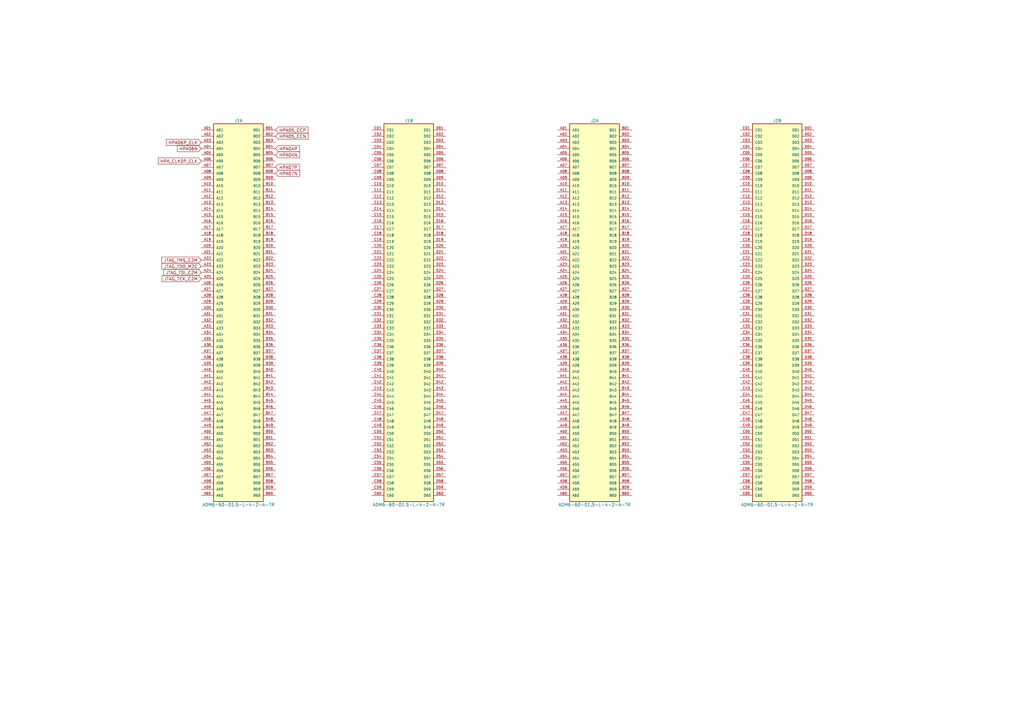
<source format=kicad_sch>
(kicad_sch (version 20211123) (generator eeschema)
  (paper "A3")
  (lib_symbols
    (symbol "ADM6-60-01.5-L-4-2-A-TR:ADM6-60-01.5-L-4-2-A-TR" (pin_names (offset 1.016))
      (property "Reference" "J" (at -10.16 77.47 0))
      (property "Value" "ADM6-60-01.5-L-4-2-A-TR" (at -10.16 -80.01 0))
      (symbol "ADM6-60-01.5-L-4-2-A-TR_1_0"
        (rectangle (start -10.16 -78.74) (end 10.16 76.2) (stroke (width 0.254)) (fill (type background)))
        (pin passive line (at -15.24 73.66 0) (length 5.08) (name "A01") (number "A01"))
        (pin passive line (at -15.24 71.12 0) (length 5.08) (name "A02") (number "A02"))
        (pin passive line (at -15.24 68.58 0) (length 5.08) (name "A03") (number "A03"))
        (pin passive line (at -15.24 66.04 0) (length 5.08) (name "A04") (number "A04"))
        (pin passive line (at -15.24 63.5 0) (length 5.08) (name "A05") (number "A05"))
        (pin passive line (at -15.24 60.96 0) (length 5.08) (name "A06") (number "A06"))
        (pin passive line (at -15.24 58.42 0) (length 5.08) (name "A07") (number "A07"))
        (pin passive line (at -15.24 55.88 0) (length 5.08) (name "A08") (number "A08"))
        (pin passive line (at -15.24 53.34 0) (length 5.08) (name "A09") (number "A09"))
        (pin passive line (at -15.24 50.8 0) (length 5.08) (name "A10") (number "A10"))
        (pin passive line (at -15.24 48.26 0) (length 5.08) (name "A11") (number "A11"))
        (pin passive line (at -15.24 45.72 0) (length 5.08) (name "A12") (number "A12"))
        (pin passive line (at -15.24 43.18 0) (length 5.08) (name "A13") (number "A13"))
        (pin passive line (at -15.24 40.64 0) (length 5.08) (name "A14") (number "A14"))
        (pin passive line (at -15.24 38.1 0) (length 5.08) (name "A15") (number "A15"))
        (pin passive line (at -15.24 35.56 0) (length 5.08) (name "A16") (number "A16"))
        (pin passive line (at -15.24 33.02 0) (length 5.08) (name "A17") (number "A17"))
        (pin passive line (at -15.24 30.48 0) (length 5.08) (name "A18") (number "A18"))
        (pin passive line (at -15.24 27.94 0) (length 5.08) (name "A19") (number "A19"))
        (pin passive line (at -15.24 25.4 0) (length 5.08) (name "A20") (number "A20"))
        (pin passive line (at -15.24 22.86 0) (length 5.08) (name "A21") (number "A21"))
        (pin passive line (at -15.24 20.32 0) (length 5.08) (name "A22") (number "A22"))
        (pin passive line (at -15.24 17.78 0) (length 5.08) (name "A23") (number "A23"))
        (pin passive line (at -15.24 15.24 0) (length 5.08) (name "A24") (number "A24"))
        (pin passive line (at -15.24 12.7 0) (length 5.08) (name "A25") (number "A25"))
        (pin passive line (at -15.24 10.16 0) (length 5.08) (name "A26") (number "A26"))
        (pin passive line (at -15.24 7.62 0) (length 5.08) (name "A27") (number "A27"))
        (pin passive line (at -15.24 5.08 0) (length 5.08) (name "A28") (number "A28"))
        (pin passive line (at -15.24 2.54 0) (length 5.08) (name "A29") (number "A29"))
        (pin passive line (at -15.24 0 0) (length 5.08) (name "A30") (number "A30"))
        (pin passive line (at -15.24 -2.54 0) (length 5.08) (name "A31") (number "A31"))
        (pin passive line (at -15.24 -5.08 0) (length 5.08) (name "A32") (number "A32"))
        (pin passive line (at -15.24 -7.62 0) (length 5.08) (name "A33") (number "A33"))
        (pin passive line (at -15.24 -10.16 0) (length 5.08) (name "A34") (number "A34"))
        (pin passive line (at -15.24 -12.7 0) (length 5.08) (name "A35") (number "A35"))
        (pin passive line (at -15.24 -15.24 0) (length 5.08) (name "A36") (number "A36"))
        (pin passive line (at -15.24 -17.78 0) (length 5.08) (name "A37") (number "A37"))
        (pin passive line (at -15.24 -20.32 0) (length 5.08) (name "A38") (number "A38"))
        (pin passive line (at -15.24 -22.86 0) (length 5.08) (name "A39") (number "A39"))
        (pin passive line (at -15.24 -25.4 0) (length 5.08) (name "A40") (number "A40"))
        (pin passive line (at -15.24 -27.94 0) (length 5.08) (name "A41") (number "A41"))
        (pin passive line (at -15.24 -30.48 0) (length 5.08) (name "A42") (number "A42"))
        (pin passive line (at -15.24 -33.02 0) (length 5.08) (name "A43") (number "A43"))
        (pin passive line (at -15.24 -35.56 0) (length 5.08) (name "A44") (number "A44"))
        (pin passive line (at -15.24 -38.1 0) (length 5.08) (name "A45") (number "A45"))
        (pin passive line (at -15.24 -40.64 0) (length 5.08) (name "A46") (number "A46"))
        (pin passive line (at -15.24 -43.18 0) (length 5.08) (name "A47") (number "A47"))
        (pin passive line (at -15.24 -45.72 0) (length 5.08) (name "A48") (number "A48"))
        (pin passive line (at -15.24 -48.26 0) (length 5.08) (name "A49") (number "A49"))
        (pin passive line (at -15.24 -50.8 0) (length 5.08) (name "A50") (number "A50"))
        (pin passive line (at -15.24 -53.34 0) (length 5.08) (name "A51") (number "A51"))
        (pin passive line (at -15.24 -55.88 0) (length 5.08) (name "A52") (number "A52"))
        (pin passive line (at -15.24 -58.42 0) (length 5.08) (name "A53") (number "A53"))
        (pin passive line (at -15.24 -60.96 0) (length 5.08) (name "A54") (number "A54"))
        (pin passive line (at -15.24 -63.5 0) (length 5.08) (name "A55") (number "A55"))
        (pin passive line (at -15.24 -66.04 0) (length 5.08) (name "A56") (number "A56"))
        (pin passive line (at -15.24 -68.58 0) (length 5.08) (name "A57") (number "A57"))
        (pin passive line (at -15.24 -71.12 0) (length 5.08) (name "A58") (number "A58"))
        (pin passive line (at -15.24 -73.66 0) (length 5.08) (name "A59") (number "A59"))
        (pin passive line (at -15.24 -76.2 0) (length 5.08) (name "A60") (number "A60"))
        (pin passive line (at 15.24 73.66 180) (length 5.08) (name "B01") (number "B01"))
        (pin passive line (at 15.24 71.12 180) (length 5.08) (name "B02") (number "B02"))
        (pin passive line (at 15.24 68.58 180) (length 5.08) (name "B03") (number "B03"))
        (pin passive line (at 15.24 66.04 180) (length 5.08) (name "B04") (number "B04"))
        (pin passive line (at 15.24 63.5 180) (length 5.08) (name "B05") (number "B05"))
        (pin passive line (at 15.24 60.96 180) (length 5.08) (name "B06") (number "B06"))
        (pin passive line (at 15.24 58.42 180) (length 5.08) (name "B07") (number "B07"))
        (pin passive line (at 15.24 55.88 180) (length 5.08) (name "B08") (number "B08"))
        (pin passive line (at 15.24 53.34 180) (length 5.08) (name "B09") (number "B09"))
        (pin passive line (at 15.24 50.8 180) (length 5.08) (name "B10") (number "B10"))
        (pin passive line (at 15.24 48.26 180) (length 5.08) (name "B11") (number "B11"))
        (pin passive line (at 15.24 45.72 180) (length 5.08) (name "B12") (number "B12"))
        (pin passive line (at 15.24 43.18 180) (length 5.08) (name "B13") (number "B13"))
        (pin passive line (at 15.24 40.64 180) (length 5.08) (name "B14") (number "B14"))
        (pin passive line (at 15.24 38.1 180) (length 5.08) (name "B15") (number "B15"))
        (pin passive line (at 15.24 35.56 180) (length 5.08) (name "B16") (number "B16"))
        (pin passive line (at 15.24 33.02 180) (length 5.08) (name "B17") (number "B17"))
        (pin passive line (at 15.24 30.48 180) (length 5.08) (name "B18") (number "B18"))
        (pin passive line (at 15.24 27.94 180) (length 5.08) (name "B19") (number "B19"))
        (pin passive line (at 15.24 25.4 180) (length 5.08) (name "B20") (number "B20"))
        (pin passive line (at 15.24 22.86 180) (length 5.08) (name "B21") (number "B21"))
        (pin passive line (at 15.24 20.32 180) (length 5.08) (name "B22") (number "B22"))
        (pin passive line (at 15.24 17.78 180) (length 5.08) (name "B23") (number "B23"))
        (pin passive line (at 15.24 15.24 180) (length 5.08) (name "B24") (number "B24"))
        (pin passive line (at 15.24 12.7 180) (length 5.08) (name "B25") (number "B25"))
        (pin passive line (at 15.24 10.16 180) (length 5.08) (name "B26") (number "B26"))
        (pin passive line (at 15.24 7.62 180) (length 5.08) (name "B27") (number "B27"))
        (pin passive line (at 15.24 5.08 180) (length 5.08) (name "B28") (number "B28"))
        (pin passive line (at 15.24 2.54 180) (length 5.08) (name "B29") (number "B29"))
        (pin passive line (at 15.24 0 180) (length 5.08) (name "B30") (number "B30"))
        (pin passive line (at 15.24 -2.54 180) (length 5.08) (name "B31") (number "B31"))
        (pin passive line (at 15.24 -5.08 180) (length 5.08) (name "B32") (number "B32"))
        (pin passive line (at 15.24 -7.62 180) (length 5.08) (name "B33") (number "B33"))
        (pin passive line (at 15.24 -10.16 180) (length 5.08) (name "B34") (number "B34"))
        (pin passive line (at 15.24 -12.7 180) (length 5.08) (name "B35") (number "B35"))
        (pin passive line (at 15.24 -15.24 180) (length 5.08) (name "B36") (number "B36"))
        (pin passive line (at 15.24 -17.78 180) (length 5.08) (name "B37") (number "B37"))
        (pin passive line (at 15.24 -20.32 180) (length 5.08) (name "B38") (number "B38"))
        (pin passive line (at 15.24 -22.86 180) (length 5.08) (name "B39") (number "B39"))
        (pin passive line (at 15.24 -25.4 180) (length 5.08) (name "B40") (number "B40"))
        (pin passive line (at 15.24 -27.94 180) (length 5.08) (name "B41") (number "B41"))
        (pin passive line (at 15.24 -30.48 180) (length 5.08) (name "B42") (number "B42"))
        (pin passive line (at 15.24 -33.02 180) (length 5.08) (name "B43") (number "B43"))
        (pin passive line (at 15.24 -35.56 180) (length 5.08) (name "B44") (number "B44"))
        (pin passive line (at 15.24 -38.1 180) (length 5.08) (name "B45") (number "B45"))
        (pin passive line (at 15.24 -40.64 180) (length 5.08) (name "B46") (number "B46"))
        (pin passive line (at 15.24 -43.18 180) (length 5.08) (name "B47") (number "B47"))
        (pin passive line (at 15.24 -45.72 180) (length 5.08) (name "B48") (number "B48"))
        (pin passive line (at 15.24 -48.26 180) (length 5.08) (name "B49") (number "B49"))
        (pin passive line (at 15.24 -50.8 180) (length 5.08) (name "B50") (number "B50"))
        (pin passive line (at 15.24 -53.34 180) (length 5.08) (name "B51") (number "B51"))
        (pin passive line (at 15.24 -55.88 180) (length 5.08) (name "B52") (number "B52"))
        (pin passive line (at 15.24 -58.42 180) (length 5.08) (name "B53") (number "B53"))
        (pin passive line (at 15.24 -60.96 180) (length 5.08) (name "B54") (number "B54"))
        (pin passive line (at 15.24 -63.5 180) (length 5.08) (name "B55") (number "B55"))
        (pin passive line (at 15.24 -66.04 180) (length 5.08) (name "B56") (number "B56"))
        (pin passive line (at 15.24 -68.58 180) (length 5.08) (name "B57") (number "B57"))
        (pin passive line (at 15.24 -71.12 180) (length 5.08) (name "B58") (number "B58"))
        (pin passive line (at 15.24 -73.66 180) (length 5.08) (name "B59") (number "B59"))
        (pin passive line (at 15.24 -76.2 180) (length 5.08) (name "B60") (number "B60"))
      )
      (symbol "ADM6-60-01.5-L-4-2-A-TR_2_0"
        (rectangle (start -10.16 -78.74) (end 10.16 76.2) (stroke (width 0.254)) (fill (type background)))
        (pin passive line (at -15.24 73.66 0) (length 5.08) (name "C01") (number "C01"))
        (pin passive line (at -15.24 71.12 0) (length 5.08) (name "C02") (number "C02"))
        (pin passive line (at -15.24 68.58 0) (length 5.08) (name "C03") (number "C03"))
        (pin passive line (at -15.24 66.04 0) (length 5.08) (name "C04") (number "C04"))
        (pin passive line (at -15.24 63.5 0) (length 5.08) (name "C05") (number "C05"))
        (pin passive line (at -15.24 60.96 0) (length 5.08) (name "C06") (number "C06"))
        (pin passive line (at -15.24 58.42 0) (length 5.08) (name "C07") (number "C07"))
        (pin passive line (at -15.24 55.88 0) (length 5.08) (name "C08") (number "C08"))
        (pin passive line (at -15.24 53.34 0) (length 5.08) (name "C09") (number "C09"))
        (pin passive line (at -15.24 50.8 0) (length 5.08) (name "C10") (number "C10"))
        (pin passive line (at -15.24 48.26 0) (length 5.08) (name "C11") (number "C11"))
        (pin passive line (at -15.24 45.72 0) (length 5.08) (name "C12") (number "C12"))
        (pin passive line (at -15.24 43.18 0) (length 5.08) (name "C13") (number "C13"))
        (pin passive line (at -15.24 40.64 0) (length 5.08) (name "C14") (number "C14"))
        (pin passive line (at -15.24 38.1 0) (length 5.08) (name "C15") (number "C15"))
        (pin passive line (at -15.24 35.56 0) (length 5.08) (name "C16") (number "C16"))
        (pin passive line (at -15.24 33.02 0) (length 5.08) (name "C17") (number "C17"))
        (pin passive line (at -15.24 30.48 0) (length 5.08) (name "C18") (number "C18"))
        (pin passive line (at -15.24 27.94 0) (length 5.08) (name "C19") (number "C19"))
        (pin passive line (at -15.24 25.4 0) (length 5.08) (name "C20") (number "C20"))
        (pin passive line (at -15.24 22.86 0) (length 5.08) (name "C21") (number "C21"))
        (pin passive line (at -15.24 20.32 0) (length 5.08) (name "C22") (number "C22"))
        (pin passive line (at -15.24 17.78 0) (length 5.08) (name "C23") (number "C23"))
        (pin passive line (at -15.24 15.24 0) (length 5.08) (name "C24") (number "C24"))
        (pin passive line (at -15.24 12.7 0) (length 5.08) (name "C25") (number "C25"))
        (pin passive line (at -15.24 10.16 0) (length 5.08) (name "C26") (number "C26"))
        (pin passive line (at -15.24 7.62 0) (length 5.08) (name "C27") (number "C27"))
        (pin passive line (at -15.24 5.08 0) (length 5.08) (name "C28") (number "C28"))
        (pin passive line (at -15.24 2.54 0) (length 5.08) (name "C29") (number "C29"))
        (pin passive line (at -15.24 0 0) (length 5.08) (name "C30") (number "C30"))
        (pin passive line (at -15.24 -2.54 0) (length 5.08) (name "C31") (number "C31"))
        (pin passive line (at -15.24 -5.08 0) (length 5.08) (name "C32") (number "C32"))
        (pin passive line (at -15.24 -7.62 0) (length 5.08) (name "C33") (number "C33"))
        (pin passive line (at -15.24 -10.16 0) (length 5.08) (name "C34") (number "C34"))
        (pin passive line (at -15.24 -12.7 0) (length 5.08) (name "C35") (number "C35"))
        (pin passive line (at -15.24 -15.24 0) (length 5.08) (name "C36") (number "C36"))
        (pin passive line (at -15.24 -17.78 0) (length 5.08) (name "C37") (number "C37"))
        (pin passive line (at -15.24 -20.32 0) (length 5.08) (name "C38") (number "C38"))
        (pin passive line (at -15.24 -22.86 0) (length 5.08) (name "C39") (number "C39"))
        (pin passive line (at -15.24 -25.4 0) (length 5.08) (name "C40") (number "C40"))
        (pin passive line (at -15.24 -27.94 0) (length 5.08) (name "C41") (number "C41"))
        (pin passive line (at -15.24 -30.48 0) (length 5.08) (name "C42") (number "C42"))
        (pin passive line (at -15.24 -33.02 0) (length 5.08) (name "C43") (number "C43"))
        (pin passive line (at -15.24 -35.56 0) (length 5.08) (name "C44") (number "C44"))
        (pin passive line (at -15.24 -38.1 0) (length 5.08) (name "C45") (number "C45"))
        (pin passive line (at -15.24 -40.64 0) (length 5.08) (name "C46") (number "C46"))
        (pin passive line (at -15.24 -43.18 0) (length 5.08) (name "C47") (number "C47"))
        (pin passive line (at -15.24 -45.72 0) (length 5.08) (name "C48") (number "C48"))
        (pin passive line (at -15.24 -48.26 0) (length 5.08) (name "C49") (number "C49"))
        (pin passive line (at -15.24 -50.8 0) (length 5.08) (name "C50") (number "C50"))
        (pin passive line (at -15.24 -53.34 0) (length 5.08) (name "C51") (number "C51"))
        (pin passive line (at -15.24 -55.88 0) (length 5.08) (name "C52") (number "C52"))
        (pin passive line (at -15.24 -58.42 0) (length 5.08) (name "C53") (number "C53"))
        (pin passive line (at -15.24 -60.96 0) (length 5.08) (name "C54") (number "C54"))
        (pin passive line (at -15.24 -63.5 0) (length 5.08) (name "C55") (number "C55"))
        (pin passive line (at -15.24 -66.04 0) (length 5.08) (name "C56") (number "C56"))
        (pin passive line (at -15.24 -68.58 0) (length 5.08) (name "C57") (number "C57"))
        (pin passive line (at -15.24 -71.12 0) (length 5.08) (name "C58") (number "C58"))
        (pin passive line (at -15.24 -73.66 0) (length 5.08) (name "C59") (number "C59"))
        (pin passive line (at -15.24 -76.2 0) (length 5.08) (name "C60") (number "C60"))
        (pin passive line (at 15.24 73.66 180) (length 5.08) (name "D01") (number "D01"))
        (pin passive line (at 15.24 71.12 180) (length 5.08) (name "D02") (number "D02"))
        (pin passive line (at 15.24 68.58 180) (length 5.08) (name "D03") (number "D03"))
        (pin passive line (at 15.24 66.04 180) (length 5.08) (name "D04") (number "D04"))
        (pin passive line (at 15.24 63.5 180) (length 5.08) (name "D05") (number "D05"))
        (pin passive line (at 15.24 60.96 180) (length 5.08) (name "D06") (number "D06"))
        (pin passive line (at 15.24 58.42 180) (length 5.08) (name "D07") (number "D07"))
        (pin passive line (at 15.24 55.88 180) (length 5.08) (name "D08") (number "D08"))
        (pin passive line (at 15.24 53.34 180) (length 5.08) (name "D09") (number "D09"))
        (pin passive line (at 15.24 50.8 180) (length 5.08) (name "D10") (number "D10"))
        (pin passive line (at 15.24 48.26 180) (length 5.08) (name "D11") (number "D11"))
        (pin passive line (at 15.24 45.72 180) (length 5.08) (name "D12") (number "D12"))
        (pin passive line (at 15.24 43.18 180) (length 5.08) (name "D13") (number "D13"))
        (pin passive line (at 15.24 40.64 180) (length 5.08) (name "D14") (number "D14"))
        (pin passive line (at 15.24 38.1 180) (length 5.08) (name "D15") (number "D15"))
        (pin passive line (at 15.24 35.56 180) (length 5.08) (name "D16") (number "D16"))
        (pin passive line (at 15.24 33.02 180) (length 5.08) (name "D17") (number "D17"))
        (pin passive line (at 15.24 30.48 180) (length 5.08) (name "D18") (number "D18"))
        (pin passive line (at 15.24 27.94 180) (length 5.08) (name "D19") (number "D19"))
        (pin passive line (at 15.24 25.4 180) (length 5.08) (name "D20") (number "D20"))
        (pin passive line (at 15.24 22.86 180) (length 5.08) (name "D21") (number "D21"))
        (pin passive line (at 15.24 20.32 180) (length 5.08) (name "D22") (number "D22"))
        (pin passive line (at 15.24 17.78 180) (length 5.08) (name "D23") (number "D23"))
        (pin passive line (at 15.24 15.24 180) (length 5.08) (name "D24") (number "D24"))
        (pin passive line (at 15.24 12.7 180) (length 5.08) (name "D25") (number "D25"))
        (pin passive line (at 15.24 10.16 180) (length 5.08) (name "D26") (number "D26"))
        (pin passive line (at 15.24 7.62 180) (length 5.08) (name "D27") (number "D27"))
        (pin passive line (at 15.24 5.08 180) (length 5.08) (name "D28") (number "D28"))
        (pin passive line (at 15.24 2.54 180) (length 5.08) (name "D29") (number "D29"))
        (pin passive line (at 15.24 0 180) (length 5.08) (name "D30") (number "D30"))
        (pin passive line (at 15.24 -2.54 180) (length 5.08) (name "D31") (number "D31"))
        (pin passive line (at 15.24 -5.08 180) (length 5.08) (name "D32") (number "D32"))
        (pin passive line (at 15.24 -7.62 180) (length 5.08) (name "D33") (number "D33"))
        (pin passive line (at 15.24 -10.16 180) (length 5.08) (name "D34") (number "D34"))
        (pin passive line (at 15.24 -12.7 180) (length 5.08) (name "D35") (number "D35"))
        (pin passive line (at 15.24 -15.24 180) (length 5.08) (name "D36") (number "D36"))
        (pin passive line (at 15.24 -17.78 180) (length 5.08) (name "D37") (number "D37"))
        (pin passive line (at 15.24 -20.32 180) (length 5.08) (name "D38") (number "D38"))
        (pin passive line (at 15.24 -22.86 180) (length 5.08) (name "D39") (number "D39"))
        (pin passive line (at 15.24 -25.4 180) (length 5.08) (name "D40") (number "D40"))
        (pin passive line (at 15.24 -27.94 180) (length 5.08) (name "D41") (number "D41"))
        (pin passive line (at 15.24 -30.48 180) (length 5.08) (name "D42") (number "D42"))
        (pin passive line (at 15.24 -33.02 180) (length 5.08) (name "D43") (number "D43"))
        (pin passive line (at 15.24 -35.56 180) (length 5.08) (name "D44") (number "D44"))
        (pin passive line (at 15.24 -38.1 180) (length 5.08) (name "D45") (number "D45"))
        (pin passive line (at 15.24 -40.64 180) (length 5.08) (name "D46") (number "D46"))
        (pin passive line (at 15.24 -43.18 180) (length 5.08) (name "D47") (number "D47"))
        (pin passive line (at 15.24 -45.72 180) (length 5.08) (name "D48") (number "D48"))
        (pin passive line (at 15.24 -48.26 180) (length 5.08) (name "D49") (number "D49"))
        (pin passive line (at 15.24 -50.8 180) (length 5.08) (name "D50") (number "D50"))
        (pin passive line (at 15.24 -53.34 180) (length 5.08) (name "D51") (number "D51"))
        (pin passive line (at 15.24 -55.88 180) (length 5.08) (name "D52") (number "D52"))
        (pin passive line (at 15.24 -58.42 180) (length 5.08) (name "D53") (number "D53"))
        (pin passive line (at 15.24 -60.96 180) (length 5.08) (name "D54") (number "D54"))
        (pin passive line (at 15.24 -63.5 180) (length 5.08) (name "D55") (number "D55"))
        (pin passive line (at 15.24 -66.04 180) (length 5.08) (name "D56") (number "D56"))
        (pin passive line (at 15.24 -68.58 180) (length 5.08) (name "D57") (number "D57"))
        (pin passive line (at 15.24 -71.12 180) (length 5.08) (name "D58") (number "D58"))
        (pin passive line (at 15.24 -73.66 180) (length 5.08) (name "D59") (number "D59"))
        (pin passive line (at 15.24 -76.2 180) (length 5.08) (name "D60") (number "D60"))
      )
    )
  )
  (global_label "HPA07N" (shape input) (at 113.03 71.12 0) (property "Intersheet References" "${INTERSHEET_REFS}" (effects hide)))
  (global_label "JTAG_TDO_M2C" (shape input) (at 82.55 109.22 180) (property "Intersheet References" "${INTERSHEET_REFS}" (effects hide)))
  (global_label "JTAG_TMS_C2M" (shape input) (at 82.55 106.68 180) (property "Intersheet References" "${INTERSHEET_REFS}" (effects hide)))
  (global_label "HPA04N" (shape input) (at 113.03 63.5 0) (property "Intersheet References" "${INTERSHEET_REFS}" (effects hide)))
  (global_label "HPA05_CCN" (shape input) (at 113.03 55.88 0) (property "Intersheet References" "${INTERSHEET_REFS}" (effects hide)))
  (global_label "HPA06N" (shape input) (at 82.55 60.96 180) (property "Intersheet References" "${INTERSHEET_REFS}" (effects hide)))
  (global_label "HPA05_CCP" (shape input) (at 113.03 53.34 0) (property "Intersheet References" "${INTERSHEET_REFS}" (effects hide)))
  (global_label "HPA04P" (shape input) (at 113.03 60.96 0) (property "Intersheet References" "${INTERSHEET_REFS}" (effects hide)))
  (global_label "JTAG_TCK_C2M" (shape input) (at 82.55 114.3 180) (property "Intersheet References" "${INTERSHEET_REFS}" (effects hide)))
  (global_label "JTAG_TDI_C2M" (shape input) (at 82.55 111.76 180) (property "Intersheet References" "${INTERSHEET_REFS}" (effects hide)))
  (global_label "HPA07P" (shape input) (at 113.03 68.58 0) (property "Intersheet References" "${INTERSHEET_REFS}" (effects hide)))
  (global_label "HPA_CLK0P_CLK" (shape input) (at 82.55 66.04 180) (property "Intersheet References" "${INTERSHEET_REFS}" (effects hide)))
  (global_label "HPA06P_CLK" (shape input) (at 82.55 58.42 180) (property "Intersheet References" "${INTERSHEET_REFS}" (effects hide)))
  (symbol (lib_id "ADM6-60-01.5-L-4-2-A-TR:ADM6-60-01.5-L-4-2-A-TR") (at 318.77 127 0) (unit 2)
    (property "Reference" "J2" (at 318.77 49.53 0))
    (property "Value" "ADM6-60-01.5-L-4-2-A-TR" (at 318.77 207.01 0))
    (property "Footprint" "SAMTEC_ADM6-60-01.5-L-4-2-A-TR" (effects hide))
    (property "MAXIMUM_PACKAGE_HEIGHT" "4.1mm" (effects hide))
    (property "MANUFACTURER" "Samtec" (effects hide))
    (property "PARTREV" "7" (effects hide))
    (property "STANDARD" "Manufacturer Recommendations" (effects hide))
  )
  (symbol (lib_id "ADM6-60-01.5-L-4-2-A-TR:ADM6-60-01.5-L-4-2-A-TR") (at 167.64 127 0) (unit 2)
    (property "Reference" "J1" (at 167.64 49.53 0))
    (property "Value" "ADM6-60-01.5-L-4-2-A-TR" (at 167.64 207.01 0))
    (property "Footprint" "SAMTEC_ADM6-60-01.5-L-4-2-A-TR" (effects hide))
    (property "MAXIMUM_PACKAGE_HEIGHT" "4.1mm" (effects hide))
    (property "MANUFACTURER" "Samtec" (effects hide))
    (property "PARTREV" "7" (effects hide))
    (property "STANDARD" "Manufacturer Recommendations" (effects hide))
  )
  (symbol (lib_id "ADM6-60-01.5-L-4-2-A-TR:ADM6-60-01.5-L-4-2-A-TR") (at 243.84 127 0) (unit 1)
    (property "Reference" "J2" (at 243.84 49.53 0))
    (property "Value" "ADM6-60-01.5-L-4-2-A-TR" (at 243.84 207.01 0))
    (property "Footprint" "Parts:SAMTEC_ADM6-60-01.5-L-4-2-A-TR" (effects hide))
    (property "MAXIMUM_PACKAGE_HEIGHT" "4.1mm" (effects hide))
    (property "MANUFACTURER" "Samtec" (effects hide))
    (property "PARTREV" "7" (effects hide))
    (property "STANDARD" "Manufacturer Recommendations" (effects hide))
  )
  (symbol (lib_id "ADM6-60-01.5-L-4-2-A-TR:ADM6-60-01.5-L-4-2-A-TR") (at 97.79 127 0) (unit 1)
    (property "Reference" "J1" (at 97.79 49.53 0))
    (property "Value" "ADM6-60-01.5-L-4-2-A-TR" (at 97.79 207.01 0))
    (property "Footprint" "Parts:SAMTEC_ADM6-60-01.5-L-4-2-A-TR" (effects hide))
    (property "MAXIMUM_PACKAGE_HEIGHT" "4.1mm" (effects hide))
    (property "MANUFACTURER" "Samtec" (effects hide))
    (property "PARTREV" "7" (effects hide))
    (property "STANDARD" "Manufacturer Recommendations" (effects hide))
  )
)
</source>
